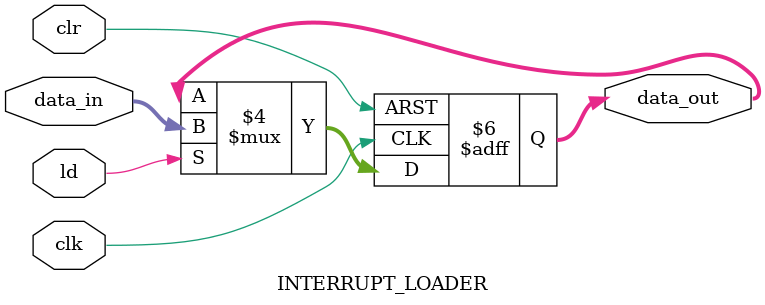
<source format=sv>
`timescale 1ns / 1ps

module INTERRUPT_LOADER(data_in, clk, clr, ld, data_out); 

    input  [3:0] data_in; 
    input  clk, clr, ld; 
    output reg [3:0] data_out;  
    
    always @(posedge clr, posedge clk)
    begin 
       if (clr == 1)     // asynch clr
          data_out <= 0;
       else if (ld == 1) 
          data_out <= data_in; 
    end
    
endmodule


</source>
